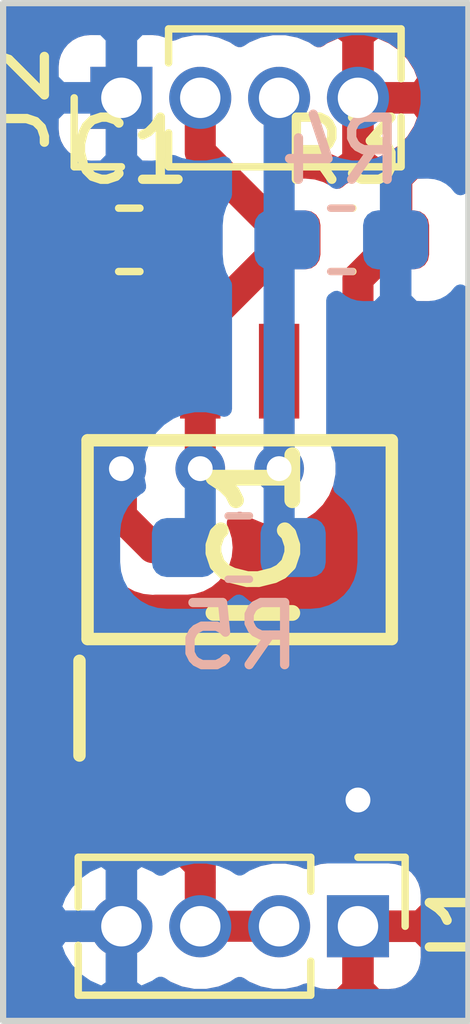
<source format=kicad_pcb>
(kicad_pcb (version 20171130) (host pcbnew "(5.1.5-0-10_14)")

  (general
    (thickness 1.6)
    (drawings 4)
    (tracks 33)
    (zones 0)
    (modules 7)
    (nets 6)
  )

  (page A4)
  (layers
    (0 F.Cu signal)
    (31 B.Cu signal)
    (32 B.Adhes user hide)
    (33 F.Adhes user hide)
    (34 B.Paste user hide)
    (35 F.Paste user hide)
    (36 B.SilkS user hide)
    (37 F.SilkS user hide)
    (38 B.Mask user hide)
    (39 F.Mask user hide)
    (40 Dwgs.User user hide)
    (41 Cmts.User user hide)
    (42 Eco1.User user hide)
    (43 Eco2.User user hide)
    (44 Edge.Cuts user)
    (45 Margin user hide)
    (46 B.CrtYd user hide)
    (47 F.CrtYd user hide)
    (48 B.Fab user hide)
    (49 F.Fab user hide)
  )

  (setup
    (last_trace_width 0.25)
    (user_trace_width 0.5)
    (user_trace_width 0.75)
    (trace_clearance 0.2)
    (zone_clearance 0.508)
    (zone_45_only no)
    (trace_min 0.2)
    (via_size 0.8)
    (via_drill 0.4)
    (via_min_size 0.4)
    (via_min_drill 0.3)
    (uvia_size 0.3)
    (uvia_drill 0.1)
    (uvias_allowed no)
    (uvia_min_size 0.2)
    (uvia_min_drill 0.1)
    (edge_width 0.05)
    (segment_width 0.2)
    (pcb_text_width 0.3)
    (pcb_text_size 1.5 1.5)
    (mod_edge_width 0.12)
    (mod_text_size 1 1)
    (mod_text_width 0.15)
    (pad_size 1.524 1.524)
    (pad_drill 0.762)
    (pad_to_mask_clearance 0.051)
    (solder_mask_min_width 0.25)
    (aux_axis_origin 0 0)
    (visible_elements FFFFFF7F)
    (pcbplotparams
      (layerselection 0x010fc_ffffffff)
      (usegerberextensions false)
      (usegerberattributes false)
      (usegerberadvancedattributes false)
      (creategerberjobfile false)
      (excludeedgelayer true)
      (linewidth 0.100000)
      (plotframeref false)
      (viasonmask false)
      (mode 1)
      (useauxorigin false)
      (hpglpennumber 1)
      (hpglpenspeed 20)
      (hpglpendiameter 15.000000)
      (psnegative false)
      (psa4output false)
      (plotreference true)
      (plotvalue true)
      (plotinvisibletext false)
      (padsonsilk false)
      (subtractmaskfromsilk false)
      (outputformat 1)
      (mirror false)
      (drillshape 1)
      (scaleselection 1)
      (outputdirectory ""))
  )

  (net 0 "")
  (net 1 +5V)
  (net 2 GND)
  (net 3 "Net-(IC1-Pad7)")
  (net 4 "Net-(IC1-Pad6)")
  (net 5 "Net-(IC1-Pad1)")

  (net_class Default "Dies ist die voreingestellte Netzklasse."
    (clearance 0.2)
    (trace_width 0.25)
    (via_dia 0.8)
    (via_drill 0.4)
    (uvia_dia 0.3)
    (uvia_drill 0.1)
    (add_net +5V)
    (add_net GND)
    (add_net "Net-(IC1-Pad1)")
    (add_net "Net-(IC1-Pad6)")
    (add_net "Net-(IC1-Pad7)")
  )

  (module MAX485ESA+T:SOIC127P600X175-8N (layer F.Cu) (tedit 5F887A95) (tstamp 5F88C4BA)
    (at 15.748 20.574 90)
    (descr "8 SO")
    (tags "Integrated Circuit")
    (path /646DCA8A)
    (attr smd)
    (fp_text reference IC1 (at 0.059999 0.272999 90) (layer F.SilkS)
      (effects (font (size 1.27 1.27) (thickness 0.254)))
    )
    (fp_text value MAX485ESA+T (at 0 0 90) (layer F.SilkS) hide
      (effects (font (size 1.27 1.27) (thickness 0.254)))
    )
    (fp_line (start -3.475 -2.58) (end -1.95 -2.58) (layer F.SilkS) (width 0.2))
    (fp_line (start -1.6 2.45) (end -1.6 -2.45) (layer F.SilkS) (width 0.2))
    (fp_line (start 1.6 2.45) (end -1.6 2.45) (layer F.SilkS) (width 0.2))
    (fp_line (start 1.6 -2.45) (end 1.6 2.45) (layer F.SilkS) (width 0.2))
    (fp_line (start -1.6 -2.45) (end 1.6 -2.45) (layer F.SilkS) (width 0.2))
    (fp_line (start -1.95 -1.18) (end -0.68 -2.45) (layer Dwgs.User) (width 0.1))
    (fp_line (start -1.95 2.45) (end -1.95 -2.45) (layer Dwgs.User) (width 0.1))
    (fp_line (start 1.95 2.45) (end -1.95 2.45) (layer Dwgs.User) (width 0.1))
    (fp_line (start 1.95 -2.45) (end 1.95 2.45) (layer Dwgs.User) (width 0.1))
    (fp_line (start -1.95 -2.45) (end 1.95 -2.45) (layer Dwgs.User) (width 0.1))
    (fp_line (start -3.725 2.75) (end -3.725 -2.75) (layer Dwgs.User) (width 0.05))
    (fp_line (start 3.725 2.75) (end -3.725 2.75) (layer Dwgs.User) (width 0.05))
    (fp_line (start 3.725 -2.75) (end 3.725 2.75) (layer Dwgs.User) (width 0.05))
    (fp_line (start -3.725 -2.75) (end 3.725 -2.75) (layer Dwgs.User) (width 0.05))
    (pad 8 smd rect (at 2.712 -1.905 180) (size 0.65 1.525) (layers F.Cu F.Paste F.Mask)
      (net 1 +5V))
    (pad 7 smd rect (at 2.712 -0.635 180) (size 0.65 1.525) (layers F.Cu F.Paste F.Mask)
      (net 3 "Net-(IC1-Pad7)"))
    (pad 6 smd rect (at 2.712 0.635 180) (size 0.65 1.525) (layers F.Cu F.Paste F.Mask)
      (net 4 "Net-(IC1-Pad6)"))
    (pad 5 smd rect (at 2.712 1.905 180) (size 0.65 1.525) (layers F.Cu F.Paste F.Mask)
      (net 2 GND))
    (pad 4 smd rect (at -2.712 1.905 180) (size 0.65 1.525) (layers F.Cu F.Paste F.Mask)
      (net 1 +5V))
    (pad 3 smd rect (at -2.712 0.635 180) (size 0.65 1.525) (layers F.Cu F.Paste F.Mask)
      (net 2 GND))
    (pad 2 smd rect (at -2.712 -0.635 180) (size 0.65 1.525) (layers F.Cu F.Paste F.Mask)
      (net 2 GND))
    (pad 1 smd rect (at -2.712 -1.905 180) (size 0.65 1.525) (layers F.Cu F.Paste F.Mask)
      (net 5 "Net-(IC1-Pad1)"))
  )

  (module Resistor_SMD:R_0603_1608Metric_Pad1.05x0.95mm_HandSolder (layer B.Cu) (tedit 5B301BBD) (tstamp 5F88C543)
    (at 15.734 20.701)
    (descr "Resistor SMD 0603 (1608 Metric), square (rectangular) end terminal, IPC_7351 nominal with elongated pad for handsoldering. (Body size source: http://www.tortai-tech.com/upload/download/2011102023233369053.pdf), generated with kicad-footprint-generator")
    (tags "resistor handsolder")
    (path /5F8908CE)
    (attr smd)
    (fp_text reference R5 (at 0 1.43) (layer B.SilkS)
      (effects (font (size 1 1) (thickness 0.15)) (justify mirror))
    )
    (fp_text value R120 (at 0 -1.43) (layer B.Fab)
      (effects (font (size 1 1) (thickness 0.15)) (justify mirror))
    )
    (fp_text user %R (at 0 0) (layer B.Fab)
      (effects (font (size 0.4 0.4) (thickness 0.06)) (justify mirror))
    )
    (fp_line (start 1.65 -0.73) (end -1.65 -0.73) (layer B.CrtYd) (width 0.05))
    (fp_line (start 1.65 0.73) (end 1.65 -0.73) (layer B.CrtYd) (width 0.05))
    (fp_line (start -1.65 0.73) (end 1.65 0.73) (layer B.CrtYd) (width 0.05))
    (fp_line (start -1.65 -0.73) (end -1.65 0.73) (layer B.CrtYd) (width 0.05))
    (fp_line (start -0.171267 -0.51) (end 0.171267 -0.51) (layer B.SilkS) (width 0.12))
    (fp_line (start -0.171267 0.51) (end 0.171267 0.51) (layer B.SilkS) (width 0.12))
    (fp_line (start 0.8 -0.4) (end -0.8 -0.4) (layer B.Fab) (width 0.1))
    (fp_line (start 0.8 0.4) (end 0.8 -0.4) (layer B.Fab) (width 0.1))
    (fp_line (start -0.8 0.4) (end 0.8 0.4) (layer B.Fab) (width 0.1))
    (fp_line (start -0.8 -0.4) (end -0.8 0.4) (layer B.Fab) (width 0.1))
    (pad 2 smd roundrect (at 0.875 0) (size 1.05 0.95) (layers B.Cu B.Paste B.Mask) (roundrect_rratio 0.25)
      (net 4 "Net-(IC1-Pad6)"))
    (pad 1 smd roundrect (at -0.875 0) (size 1.05 0.95) (layers B.Cu B.Paste B.Mask) (roundrect_rratio 0.25)
      (net 3 "Net-(IC1-Pad7)"))
    (model ${KISYS3DMOD}/Resistor_SMD.3dshapes/R_0603_1608Metric.wrl
      (at (xyz 0 0 0))
      (scale (xyz 1 1 1))
      (rotate (xyz 0 0 0))
    )
  )

  (module Resistor_SMD:R_0603_1608Metric_Pad1.05x0.95mm_HandSolder (layer B.Cu) (tedit 5B301BBD) (tstamp 5F88C532)
    (at 17.385 15.748 180)
    (descr "Resistor SMD 0603 (1608 Metric), square (rectangular) end terminal, IPC_7351 nominal with elongated pad for handsoldering. (Body size source: http://www.tortai-tech.com/upload/download/2011102023233369053.pdf), generated with kicad-footprint-generator")
    (tags "resistor handsolder")
    (path /5F88C099)
    (attr smd)
    (fp_text reference R4 (at 0 1.43) (layer B.SilkS)
      (effects (font (size 1 1) (thickness 0.15)) (justify mirror))
    )
    (fp_text value R20k (at 0 -1.43) (layer B.Fab)
      (effects (font (size 1 1) (thickness 0.15)) (justify mirror))
    )
    (fp_text user %R (at 0 0) (layer B.Fab)
      (effects (font (size 0.4 0.4) (thickness 0.06)) (justify mirror))
    )
    (fp_line (start 1.65 -0.73) (end -1.65 -0.73) (layer B.CrtYd) (width 0.05))
    (fp_line (start 1.65 0.73) (end 1.65 -0.73) (layer B.CrtYd) (width 0.05))
    (fp_line (start -1.65 0.73) (end 1.65 0.73) (layer B.CrtYd) (width 0.05))
    (fp_line (start -1.65 -0.73) (end -1.65 0.73) (layer B.CrtYd) (width 0.05))
    (fp_line (start -0.171267 -0.51) (end 0.171267 -0.51) (layer B.SilkS) (width 0.12))
    (fp_line (start -0.171267 0.51) (end 0.171267 0.51) (layer B.SilkS) (width 0.12))
    (fp_line (start 0.8 -0.4) (end -0.8 -0.4) (layer B.Fab) (width 0.1))
    (fp_line (start 0.8 0.4) (end 0.8 -0.4) (layer B.Fab) (width 0.1))
    (fp_line (start -0.8 0.4) (end 0.8 0.4) (layer B.Fab) (width 0.1))
    (fp_line (start -0.8 -0.4) (end -0.8 0.4) (layer B.Fab) (width 0.1))
    (pad 2 smd roundrect (at 0.875 0 180) (size 1.05 0.95) (layers B.Cu B.Paste B.Mask) (roundrect_rratio 0.25)
      (net 4 "Net-(IC1-Pad6)"))
    (pad 1 smd roundrect (at -0.875 0 180) (size 1.05 0.95) (layers B.Cu B.Paste B.Mask) (roundrect_rratio 0.25)
      (net 1 +5V))
    (model ${KISYS3DMOD}/Resistor_SMD.3dshapes/R_0603_1608Metric.wrl
      (at (xyz 0 0 0))
      (scale (xyz 1 1 1))
      (rotate (xyz 0 0 0))
    )
  )

  (module Resistor_SMD:R_0603_1608Metric_Pad1.05x0.95mm_HandSolder (layer F.Cu) (tedit 5B301BBD) (tstamp 5F88C521)
    (at 17.399 15.748)
    (descr "Resistor SMD 0603 (1608 Metric), square (rectangular) end terminal, IPC_7351 nominal with elongated pad for handsoldering. (Body size source: http://www.tortai-tech.com/upload/download/2011102023233369053.pdf), generated with kicad-footprint-generator")
    (tags "resistor handsolder")
    (path /5F88D188)
    (attr smd)
    (fp_text reference R3 (at 0 -1.43) (layer F.SilkS)
      (effects (font (size 1 1) (thickness 0.15)))
    )
    (fp_text value R20k (at 0 1.43) (layer F.Fab)
      (effects (font (size 1 1) (thickness 0.15)))
    )
    (fp_text user %R (at 0 0) (layer F.Fab)
      (effects (font (size 0.4 0.4) (thickness 0.06)))
    )
    (fp_line (start 1.65 0.73) (end -1.65 0.73) (layer F.CrtYd) (width 0.05))
    (fp_line (start 1.65 -0.73) (end 1.65 0.73) (layer F.CrtYd) (width 0.05))
    (fp_line (start -1.65 -0.73) (end 1.65 -0.73) (layer F.CrtYd) (width 0.05))
    (fp_line (start -1.65 0.73) (end -1.65 -0.73) (layer F.CrtYd) (width 0.05))
    (fp_line (start -0.171267 0.51) (end 0.171267 0.51) (layer F.SilkS) (width 0.12))
    (fp_line (start -0.171267 -0.51) (end 0.171267 -0.51) (layer F.SilkS) (width 0.12))
    (fp_line (start 0.8 0.4) (end -0.8 0.4) (layer F.Fab) (width 0.1))
    (fp_line (start 0.8 -0.4) (end 0.8 0.4) (layer F.Fab) (width 0.1))
    (fp_line (start -0.8 -0.4) (end 0.8 -0.4) (layer F.Fab) (width 0.1))
    (fp_line (start -0.8 0.4) (end -0.8 -0.4) (layer F.Fab) (width 0.1))
    (pad 2 smd roundrect (at 0.875 0) (size 1.05 0.95) (layers F.Cu F.Paste F.Mask) (roundrect_rratio 0.25)
      (net 2 GND))
    (pad 1 smd roundrect (at -0.875 0) (size 1.05 0.95) (layers F.Cu F.Paste F.Mask) (roundrect_rratio 0.25)
      (net 3 "Net-(IC1-Pad7)"))
    (model ${KISYS3DMOD}/Resistor_SMD.3dshapes/R_0603_1608Metric.wrl
      (at (xyz 0 0 0))
      (scale (xyz 1 1 1))
      (rotate (xyz 0 0 0))
    )
  )

  (module Connector_PinHeader_1.27mm:PinHeader_1x04_P1.27mm_Vertical (layer F.Cu) (tedit 59FED6E3) (tstamp 5F88C4EE)
    (at 13.843 13.462 90)
    (descr "Through hole straight pin header, 1x04, 1.27mm pitch, single row")
    (tags "Through hole pin header THT 1x04 1.27mm single row")
    (path /646E413C)
    (fp_text reference J2 (at 0 -1.695 90) (layer F.SilkS)
      (effects (font (size 1 1) (thickness 0.15)))
    )
    (fp_text value Screw_Terminal_01x04 (at 0 5.505 90) (layer F.Fab)
      (effects (font (size 1 1) (thickness 0.15)))
    )
    (fp_text user %R (at 0 1.905) (layer F.Fab)
      (effects (font (size 1 1) (thickness 0.15)))
    )
    (fp_line (start 1.55 -1.15) (end -1.55 -1.15) (layer F.CrtYd) (width 0.05))
    (fp_line (start 1.55 4.95) (end 1.55 -1.15) (layer F.CrtYd) (width 0.05))
    (fp_line (start -1.55 4.95) (end 1.55 4.95) (layer F.CrtYd) (width 0.05))
    (fp_line (start -1.55 -1.15) (end -1.55 4.95) (layer F.CrtYd) (width 0.05))
    (fp_line (start -1.11 -0.76) (end 0 -0.76) (layer F.SilkS) (width 0.12))
    (fp_line (start -1.11 0) (end -1.11 -0.76) (layer F.SilkS) (width 0.12))
    (fp_line (start 0.563471 0.76) (end 1.11 0.76) (layer F.SilkS) (width 0.12))
    (fp_line (start -1.11 0.76) (end -0.563471 0.76) (layer F.SilkS) (width 0.12))
    (fp_line (start 1.11 0.76) (end 1.11 4.505) (layer F.SilkS) (width 0.12))
    (fp_line (start -1.11 0.76) (end -1.11 4.505) (layer F.SilkS) (width 0.12))
    (fp_line (start 0.30753 4.505) (end 1.11 4.505) (layer F.SilkS) (width 0.12))
    (fp_line (start -1.11 4.505) (end -0.30753 4.505) (layer F.SilkS) (width 0.12))
    (fp_line (start -1.05 -0.11) (end -0.525 -0.635) (layer F.Fab) (width 0.1))
    (fp_line (start -1.05 4.445) (end -1.05 -0.11) (layer F.Fab) (width 0.1))
    (fp_line (start 1.05 4.445) (end -1.05 4.445) (layer F.Fab) (width 0.1))
    (fp_line (start 1.05 -0.635) (end 1.05 4.445) (layer F.Fab) (width 0.1))
    (fp_line (start -0.525 -0.635) (end 1.05 -0.635) (layer F.Fab) (width 0.1))
    (pad 4 thru_hole oval (at 0 3.81 90) (size 1 1) (drill 0.65) (layers *.Cu *.Mask)
      (net 2 GND))
    (pad 3 thru_hole oval (at 0 2.54 90) (size 1 1) (drill 0.65) (layers *.Cu *.Mask)
      (net 4 "Net-(IC1-Pad6)"))
    (pad 2 thru_hole oval (at 0 1.27 90) (size 1 1) (drill 0.65) (layers *.Cu *.Mask)
      (net 3 "Net-(IC1-Pad7)"))
    (pad 1 thru_hole rect (at 0 0 90) (size 1 1) (drill 0.65) (layers *.Cu *.Mask)
      (net 1 +5V))
    (model ${KISYS3DMOD}/Connector_PinHeader_1.27mm.3dshapes/PinHeader_1x04_P1.27mm_Vertical.wrl
      (at (xyz 0 0 0))
      (scale (xyz 1 1 1))
      (rotate (xyz 0 0 0))
    )
  )

  (module Connector_PinHeader_1.27mm:PinHeader_1x04_P1.27mm_Vertical (layer F.Cu) (tedit 59FED6E3) (tstamp 5F88C4D4)
    (at 17.653 26.797 270)
    (descr "Through hole straight pin header, 1x04, 1.27mm pitch, single row")
    (tags "Through hole pin header THT 1x04 1.27mm single row")
    (path /646E5607)
    (fp_text reference J1 (at 0 -1.695 90) (layer F.SilkS)
      (effects (font (size 1 1) (thickness 0.15)))
    )
    (fp_text value Screw_Terminal_01x04 (at 0 5.505 90) (layer F.Fab)
      (effects (font (size 1 1) (thickness 0.15)))
    )
    (fp_text user %R (at 0 1.905) (layer F.Fab)
      (effects (font (size 1 1) (thickness 0.15)))
    )
    (fp_line (start 1.55 -1.15) (end -1.55 -1.15) (layer F.CrtYd) (width 0.05))
    (fp_line (start 1.55 4.95) (end 1.55 -1.15) (layer F.CrtYd) (width 0.05))
    (fp_line (start -1.55 4.95) (end 1.55 4.95) (layer F.CrtYd) (width 0.05))
    (fp_line (start -1.55 -1.15) (end -1.55 4.95) (layer F.CrtYd) (width 0.05))
    (fp_line (start -1.11 -0.76) (end 0 -0.76) (layer F.SilkS) (width 0.12))
    (fp_line (start -1.11 0) (end -1.11 -0.76) (layer F.SilkS) (width 0.12))
    (fp_line (start 0.563471 0.76) (end 1.11 0.76) (layer F.SilkS) (width 0.12))
    (fp_line (start -1.11 0.76) (end -0.563471 0.76) (layer F.SilkS) (width 0.12))
    (fp_line (start 1.11 0.76) (end 1.11 4.505) (layer F.SilkS) (width 0.12))
    (fp_line (start -1.11 0.76) (end -1.11 4.505) (layer F.SilkS) (width 0.12))
    (fp_line (start 0.30753 4.505) (end 1.11 4.505) (layer F.SilkS) (width 0.12))
    (fp_line (start -1.11 4.505) (end -0.30753 4.505) (layer F.SilkS) (width 0.12))
    (fp_line (start -1.05 -0.11) (end -0.525 -0.635) (layer F.Fab) (width 0.1))
    (fp_line (start -1.05 4.445) (end -1.05 -0.11) (layer F.Fab) (width 0.1))
    (fp_line (start 1.05 4.445) (end -1.05 4.445) (layer F.Fab) (width 0.1))
    (fp_line (start 1.05 -0.635) (end 1.05 4.445) (layer F.Fab) (width 0.1))
    (fp_line (start -0.525 -0.635) (end 1.05 -0.635) (layer F.Fab) (width 0.1))
    (pad 4 thru_hole oval (at 0 3.81 270) (size 1 1) (drill 0.65) (layers *.Cu *.Mask)
      (net 1 +5V))
    (pad 3 thru_hole oval (at 0 2.54 270) (size 1 1) (drill 0.65) (layers *.Cu *.Mask)
      (net 5 "Net-(IC1-Pad1)"))
    (pad 2 thru_hole oval (at 0 1.27 270) (size 1 1) (drill 0.65) (layers *.Cu *.Mask)
      (net 5 "Net-(IC1-Pad1)"))
    (pad 1 thru_hole rect (at 0 0 270) (size 1 1) (drill 0.65) (layers *.Cu *.Mask)
      (net 2 GND))
    (model ${KISYS3DMOD}/Connector_PinHeader_1.27mm.3dshapes/PinHeader_1x04_P1.27mm_Vertical.wrl
      (at (xyz 0 0 0))
      (scale (xyz 1 1 1))
      (rotate (xyz 0 0 0))
    )
  )

  (module Capacitor_SMD:C_0603_1608Metric_Pad1.05x0.95mm_HandSolder (layer F.Cu) (tedit 5B301BBE) (tstamp 5F88C4A0)
    (at 13.97 15.748)
    (descr "Capacitor SMD 0603 (1608 Metric), square (rectangular) end terminal, IPC_7351 nominal with elongated pad for handsoldering. (Body size source: http://www.tortai-tech.com/upload/download/2011102023233369053.pdf), generated with kicad-footprint-generator")
    (tags "capacitor handsolder")
    (path /646E2BDE)
    (attr smd)
    (fp_text reference C1 (at 0 -1.43 180) (layer F.SilkS)
      (effects (font (size 1 1) (thickness 0.15)))
    )
    (fp_text value C100n (at 0 1.43 180) (layer F.Fab)
      (effects (font (size 1 1) (thickness 0.15)))
    )
    (fp_text user %R (at 0 0 180) (layer F.Fab)
      (effects (font (size 0.4 0.4) (thickness 0.06)))
    )
    (fp_line (start 1.65 0.73) (end -1.65 0.73) (layer F.CrtYd) (width 0.05))
    (fp_line (start 1.65 -0.73) (end 1.65 0.73) (layer F.CrtYd) (width 0.05))
    (fp_line (start -1.65 -0.73) (end 1.65 -0.73) (layer F.CrtYd) (width 0.05))
    (fp_line (start -1.65 0.73) (end -1.65 -0.73) (layer F.CrtYd) (width 0.05))
    (fp_line (start -0.171267 0.51) (end 0.171267 0.51) (layer F.SilkS) (width 0.12))
    (fp_line (start -0.171267 -0.51) (end 0.171267 -0.51) (layer F.SilkS) (width 0.12))
    (fp_line (start 0.8 0.4) (end -0.8 0.4) (layer F.Fab) (width 0.1))
    (fp_line (start 0.8 -0.4) (end 0.8 0.4) (layer F.Fab) (width 0.1))
    (fp_line (start -0.8 -0.4) (end 0.8 -0.4) (layer F.Fab) (width 0.1))
    (fp_line (start -0.8 0.4) (end -0.8 -0.4) (layer F.Fab) (width 0.1))
    (pad 2 smd roundrect (at 0.875 0) (size 1.05 0.95) (layers F.Cu F.Paste F.Mask) (roundrect_rratio 0.25)
      (net 1 +5V))
    (pad 1 smd roundrect (at -0.875 0) (size 1.05 0.95) (layers F.Cu F.Paste F.Mask) (roundrect_rratio 0.25)
      (net 2 GND))
    (model ${KISYS3DMOD}/Capacitor_SMD.3dshapes/C_0603_1608Metric.wrl
      (at (xyz 0 0 0))
      (scale (xyz 1 1 1))
      (rotate (xyz 0 0 0))
    )
  )

  (gr_line (start 19.431 11.938) (end 19.431 28.321) (layer Edge.Cuts) (width 0.1))
  (gr_line (start 11.938 11.938) (end 19.431 11.938) (layer Edge.Cuts) (width 0.1))
  (gr_line (start 11.938 28.321) (end 11.938 11.938) (layer Edge.Cuts) (width 0.1))
  (gr_line (start 19.431 28.321) (end 11.938 28.321) (layer Edge.Cuts) (width 0.1))

  (via (at 13.843 19.431) (size 0.8) (drill 0.4) (layers F.Cu B.Cu) (net 1))
  (segment (start 13.843 19.431) (end 13.843 17.862) (width 0.5) (layer F.Cu) (net 1))
  (segment (start 14.348 20.701) (end 13.843 20.196) (width 0.5) (layer F.Cu) (net 1))
  (segment (start 14.873 20.701) (end 14.348 20.701) (width 0.5) (layer F.Cu) (net 1))
  (segment (start 13.843 20.196) (end 13.843 19.431) (width 0.5) (layer F.Cu) (net 1))
  (via (at 17.653 24.765) (size 0.8) (drill 0.4) (layers F.Cu B.Cu) (net 1))
  (segment (start 17.653 24.765) (end 17.653 23.286) (width 0.5) (layer F.Cu) (net 1))
  (segment (start 13.843 16.75) (end 14.845 15.748) (width 0.5) (layer F.Cu) (net 1))
  (segment (start 13.843 17.862) (end 13.843 16.75) (width 0.5) (layer F.Cu) (net 1))
  (segment (start 17.653 16.369) (end 18.274 15.748) (width 0.5) (layer F.Cu) (net 2))
  (segment (start 17.653 17.862) (end 17.653 16.369) (width 0.5) (layer F.Cu) (net 2))
  (via (at 15.113 19.431) (size 0.8) (drill 0.4) (layers F.Cu B.Cu) (net 3))
  (segment (start 15.113 20.447) (end 14.859 20.701) (width 0.5) (layer B.Cu) (net 3))
  (segment (start 15.113 19.431) (end 15.113 20.447) (width 0.5) (layer B.Cu) (net 3))
  (segment (start 15.113 19.431) (end 15.113 17.862) (width 0.5) (layer F.Cu) (net 3))
  (segment (start 14.986 13.589) (end 15.113 13.462) (width 0.5) (layer F.Cu) (net 3))
  (segment (start 15.113 17.159) (end 16.524 15.748) (width 0.5) (layer F.Cu) (net 3))
  (segment (start 15.113 17.862) (end 15.113 17.159) (width 0.5) (layer F.Cu) (net 3))
  (segment (start 15.113 14.337) (end 15.113 13.462) (width 0.5) (layer F.Cu) (net 3))
  (segment (start 16.524 15.748) (end 15.113 14.337) (width 0.5) (layer F.Cu) (net 3))
  (via (at 16.383 19.431) (size 0.8) (drill 0.4) (layers F.Cu B.Cu) (net 4))
  (segment (start 16.383 20.475) (end 16.609 20.701) (width 0.5) (layer B.Cu) (net 4))
  (segment (start 16.383 19.431) (end 16.383 20.475) (width 0.5) (layer B.Cu) (net 4))
  (segment (start 16.383 19.431) (end 16.383 17.862) (width 0.5) (layer F.Cu) (net 4))
  (segment (start 16.383 15.621) (end 16.51 15.748) (width 0.5) (layer B.Cu) (net 4))
  (segment (start 16.383 13.462) (end 16.383 15.621) (width 0.5) (layer B.Cu) (net 4))
  (segment (start 16.383 15.875) (end 16.51 15.748) (width 0.5) (layer B.Cu) (net 4))
  (segment (start 16.383 19.431) (end 16.383 15.875) (width 0.5) (layer B.Cu) (net 4))
  (segment (start 15.113 26.089894) (end 15.113 26.797) (width 0.5) (layer F.Cu) (net 5))
  (segment (start 15.113 25.8185) (end 15.113 26.089894) (width 0.5) (layer F.Cu) (net 5))
  (segment (start 13.843 24.5485) (end 15.113 25.8185) (width 0.5) (layer F.Cu) (net 5))
  (segment (start 13.843 23.286) (end 13.843 24.5485) (width 0.5) (layer F.Cu) (net 5))
  (segment (start 15.113 26.797) (end 16.383 26.797) (width 0.5) (layer F.Cu) (net 5))

  (zone (net 2) (net_name GND) (layer F.Cu) (tstamp 5F8AD9E9) (hatch edge 0.508)
    (priority 1)
    (connect_pads (clearance 0.508))
    (min_thickness 0.254)
    (fill yes (arc_segments 32) (thermal_gap 0.508) (thermal_bridge_width 0.508))
    (polygon
      (pts
        (xy 19.431 28.321) (xy 11.938 28.321) (xy 11.938 11.938) (xy 19.431 11.938)
      )
    )
    (filled_polygon
      (pts
        (xy 19.304 28.194) (xy 12.065 28.194) (xy 12.065 26.685212) (xy 12.708 26.685212) (xy 12.708 26.908788)
        (xy 12.751617 27.128067) (xy 12.837176 27.334624) (xy 12.961388 27.52052) (xy 13.11948 27.678612) (xy 13.305376 27.802824)
        (xy 13.511933 27.888383) (xy 13.731212 27.932) (xy 13.954788 27.932) (xy 14.174067 27.888383) (xy 14.380624 27.802824)
        (xy 14.478 27.737759) (xy 14.575376 27.802824) (xy 14.781933 27.888383) (xy 15.001212 27.932) (xy 15.224788 27.932)
        (xy 15.444067 27.888383) (xy 15.650624 27.802824) (xy 15.748 27.737759) (xy 15.845376 27.802824) (xy 16.051933 27.888383)
        (xy 16.271212 27.932) (xy 16.494788 27.932) (xy 16.714067 27.888383) (xy 16.825774 27.842112) (xy 16.90882 27.886502)
        (xy 17.028518 27.922812) (xy 17.153 27.935072) (xy 17.36725 27.932) (xy 17.526 27.77325) (xy 17.526 26.924)
        (xy 17.78 26.924) (xy 17.78 27.77325) (xy 17.93875 27.932) (xy 18.153 27.935072) (xy 18.277482 27.922812)
        (xy 18.39718 27.886502) (xy 18.507494 27.827537) (xy 18.604185 27.748185) (xy 18.683537 27.651494) (xy 18.742502 27.54118)
        (xy 18.778812 27.421482) (xy 18.791072 27.297) (xy 18.788 27.08275) (xy 18.62925 26.924) (xy 17.78 26.924)
        (xy 17.526 26.924) (xy 17.514974 26.924) (xy 17.518 26.908788) (xy 17.518 26.685212) (xy 17.514974 26.67)
        (xy 17.526 26.67) (xy 17.526 26.65) (xy 17.78 26.65) (xy 17.78 26.67) (xy 18.62925 26.67)
        (xy 18.788 26.51125) (xy 18.791072 26.297) (xy 18.778812 26.172518) (xy 18.742502 26.05282) (xy 18.683537 25.942506)
        (xy 18.604185 25.845815) (xy 18.507494 25.766463) (xy 18.39718 25.707498) (xy 18.277482 25.671188) (xy 18.174869 25.661082)
        (xy 18.312774 25.568937) (xy 18.456937 25.424774) (xy 18.570205 25.255256) (xy 18.648226 25.066898) (xy 18.688 24.866939)
        (xy 18.688 24.663061) (xy 18.648226 24.463102) (xy 18.571785 24.278559) (xy 18.603812 24.172982) (xy 18.616072 24.0485)
        (xy 18.616072 22.5235) (xy 18.603812 22.399018) (xy 18.567502 22.27932) (xy 18.508537 22.169006) (xy 18.429185 22.072315)
        (xy 18.332494 21.992963) (xy 18.22218 21.933998) (xy 18.102482 21.897688) (xy 17.978 21.885428) (xy 17.328 21.885428)
        (xy 17.203518 21.897688) (xy 17.08382 21.933998) (xy 17.018 21.96918) (xy 16.95218 21.933998) (xy 16.832482 21.897688)
        (xy 16.708 21.885428) (xy 16.66875 21.8885) (xy 16.51 22.04725) (xy 16.51 23.159) (xy 16.53 23.159)
        (xy 16.53 23.413) (xy 16.51 23.413) (xy 16.51 24.52475) (xy 16.623029 24.637779) (xy 16.618 24.663061)
        (xy 16.618 24.866939) (xy 16.657774 25.066898) (xy 16.735795 25.255256) (xy 16.849063 25.424774) (xy 16.993226 25.568937)
        (xy 17.131131 25.661082) (xy 17.028518 25.671188) (xy 16.90882 25.707498) (xy 16.825774 25.751888) (xy 16.714067 25.705617)
        (xy 16.494788 25.662) (xy 16.271212 25.662) (xy 16.051933 25.705617) (xy 15.993546 25.729802) (xy 15.985195 25.64501)
        (xy 15.934589 25.478187) (xy 15.852411 25.324441) (xy 15.741817 25.189683) (xy 15.70805 25.161971) (xy 15.229578 24.6835)
        (xy 15.240002 24.6835) (xy 15.240002 24.524752) (xy 15.39875 24.6835) (xy 15.438 24.686572) (xy 15.562482 24.674312)
        (xy 15.68218 24.638002) (xy 15.748 24.60282) (xy 15.81382 24.638002) (xy 15.933518 24.674312) (xy 16.058 24.686572)
        (xy 16.09725 24.6835) (xy 16.256 24.52475) (xy 16.256 23.413) (xy 15.24 23.413) (xy 15.24 23.433)
        (xy 14.986 23.433) (xy 14.986 23.413) (xy 14.966 23.413) (xy 14.966 23.159) (xy 14.986 23.159)
        (xy 14.986 22.04725) (xy 15.24 22.04725) (xy 15.24 23.159) (xy 16.256 23.159) (xy 16.256 22.04725)
        (xy 16.09725 21.8885) (xy 16.058 21.885428) (xy 15.933518 21.897688) (xy 15.81382 21.933998) (xy 15.748 21.96918)
        (xy 15.68218 21.933998) (xy 15.562482 21.897688) (xy 15.438 21.885428) (xy 15.39875 21.8885) (xy 15.24 22.04725)
        (xy 14.986 22.04725) (xy 14.82725 21.8885) (xy 14.788 21.885428) (xy 14.663518 21.897688) (xy 14.54382 21.933998)
        (xy 14.478 21.96918) (xy 14.41218 21.933998) (xy 14.292482 21.897688) (xy 14.168 21.885428) (xy 13.518 21.885428)
        (xy 13.393518 21.897688) (xy 13.27382 21.933998) (xy 13.163506 21.992963) (xy 13.066815 22.072315) (xy 12.987463 22.169006)
        (xy 12.928498 22.27932) (xy 12.892188 22.399018) (xy 12.879928 22.5235) (xy 12.879928 24.0485) (xy 12.892188 24.172982)
        (xy 12.928498 24.29268) (xy 12.958001 24.347875) (xy 12.958001 24.505022) (xy 12.953719 24.5485) (xy 12.970805 24.72199)
        (xy 13.021412 24.888813) (xy 13.10359 25.042559) (xy 13.186468 25.143546) (xy 13.186471 25.143549) (xy 13.214184 25.177317)
        (xy 13.247951 25.205029) (xy 13.709283 25.666362) (xy 13.511933 25.705617) (xy 13.305376 25.791176) (xy 13.11948 25.915388)
        (xy 12.961388 26.07348) (xy 12.837176 26.259376) (xy 12.751617 26.465933) (xy 12.708 26.685212) (xy 12.065 26.685212)
        (xy 12.065 16.608611) (xy 12.118815 16.674185) (xy 12.215506 16.753537) (xy 12.32582 16.812502) (xy 12.445518 16.848812)
        (xy 12.57 16.861072) (xy 12.80925 16.858) (xy 12.957703 16.709547) (xy 12.953719 16.75) (xy 12.958001 16.793478)
        (xy 12.958001 16.800125) (xy 12.928498 16.85532) (xy 12.892188 16.975018) (xy 12.879928 17.0995) (xy 12.879928 18.6245)
        (xy 12.892188 18.748982) (xy 12.928498 18.86868) (xy 12.948697 18.906469) (xy 12.925795 18.940744) (xy 12.847774 19.129102)
        (xy 12.808 19.329061) (xy 12.808 19.532939) (xy 12.847774 19.732898) (xy 12.925795 19.921256) (xy 12.958 19.969454)
        (xy 12.958 20.152531) (xy 12.953719 20.196) (xy 12.958 20.239469) (xy 12.958 20.239476) (xy 12.970805 20.369489)
        (xy 13.021411 20.536312) (xy 13.103589 20.690058) (xy 13.214183 20.824817) (xy 13.247956 20.852534) (xy 13.691466 21.296044)
        (xy 13.719183 21.329817) (xy 13.853941 21.440411) (xy 14.007687 21.522589) (xy 14.17451 21.573195) (xy 14.304523 21.586)
        (xy 14.304531 21.586) (xy 14.348 21.590281) (xy 14.391469 21.586) (xy 14.916477 21.586) (xy 15.04649 21.573195)
        (xy 15.213313 21.522589) (xy 15.367059 21.440411) (xy 15.501817 21.329817) (xy 15.612411 21.195059) (xy 15.694589 21.041313)
        (xy 15.745195 20.87449) (xy 15.762282 20.701) (xy 15.745195 20.52751) (xy 15.694589 20.360687) (xy 15.665638 20.306523)
        (xy 15.748 20.25149) (xy 15.892744 20.348205) (xy 16.081102 20.426226) (xy 16.281061 20.466) (xy 16.484939 20.466)
        (xy 16.684898 20.426226) (xy 16.873256 20.348205) (xy 17.042774 20.234937) (xy 17.186937 20.090774) (xy 17.300205 19.921256)
        (xy 17.378226 19.732898) (xy 17.418 19.532939) (xy 17.418 19.329061) (xy 17.398039 19.228711) (xy 17.526 19.10075)
        (xy 17.526 17.989) (xy 17.78 17.989) (xy 17.78 19.10075) (xy 17.93875 19.2595) (xy 17.978 19.262572)
        (xy 18.102482 19.250312) (xy 18.22218 19.214002) (xy 18.332494 19.155037) (xy 18.429185 19.075685) (xy 18.508537 18.978994)
        (xy 18.567502 18.86868) (xy 18.603812 18.748982) (xy 18.616072 18.6245) (xy 18.613 18.14775) (xy 18.45425 17.989)
        (xy 17.78 17.989) (xy 17.526 17.989) (xy 17.506 17.989) (xy 17.506 17.735) (xy 17.526 17.735)
        (xy 17.526 17.715) (xy 17.78 17.715) (xy 17.78 17.735) (xy 18.45425 17.735) (xy 18.613 17.57625)
        (xy 18.616072 17.0995) (xy 18.603812 16.975018) (xy 18.568348 16.85811) (xy 18.799 16.861072) (xy 18.923482 16.848812)
        (xy 19.04318 16.812502) (xy 19.153494 16.753537) (xy 19.250185 16.674185) (xy 19.304 16.608611)
      )
    )
    (filled_polygon
      (pts
        (xy 19.304 14.887389) (xy 19.250185 14.821815) (xy 19.153494 14.742463) (xy 19.04318 14.683498) (xy 18.923482 14.647188)
        (xy 18.799 14.634928) (xy 18.55975 14.638) (xy 18.401 14.79675) (xy 18.401 15.621) (xy 18.421 15.621)
        (xy 18.421 15.875) (xy 18.401 15.875) (xy 18.401 15.895) (xy 18.147 15.895) (xy 18.147 15.875)
        (xy 18.127 15.875) (xy 18.127 15.621) (xy 18.147 15.621) (xy 18.147 14.79675) (xy 17.98825 14.638)
        (xy 17.749 14.634928) (xy 17.624518 14.647188) (xy 17.50482 14.683498) (xy 17.394506 14.742463) (xy 17.321839 14.802099)
        (xy 17.297942 14.782488) (xy 17.146567 14.701577) (xy 16.982316 14.651752) (xy 16.8115 14.634928) (xy 16.662507 14.634928)
        (xy 16.603045 14.575466) (xy 16.714067 14.553383) (xy 16.920624 14.467824) (xy 17.022658 14.399647) (xy 17.092794 14.449123)
        (xy 17.296136 14.539446) (xy 17.351126 14.556119) (xy 17.526 14.429954) (xy 17.526 13.589) (xy 17.78 13.589)
        (xy 17.78 14.429954) (xy 17.954874 14.556119) (xy 18.009864 14.539446) (xy 18.213206 14.449123) (xy 18.39502 14.320865)
        (xy 18.548318 14.159601) (xy 18.66721 13.971529) (xy 18.747126 13.763876) (xy 18.622129 13.589) (xy 17.78 13.589)
        (xy 17.526 13.589) (xy 17.514974 13.589) (xy 17.518 13.573788) (xy 17.518 13.350212) (xy 17.514974 13.335)
        (xy 17.526 13.335) (xy 17.526 12.494046) (xy 17.78 12.494046) (xy 17.78 13.335) (xy 18.622129 13.335)
        (xy 18.747126 13.160124) (xy 18.66721 12.952471) (xy 18.548318 12.764399) (xy 18.39502 12.603135) (xy 18.213206 12.474877)
        (xy 18.009864 12.384554) (xy 17.954874 12.367881) (xy 17.78 12.494046) (xy 17.526 12.494046) (xy 17.351126 12.367881)
        (xy 17.296136 12.384554) (xy 17.092794 12.474877) (xy 17.022658 12.524353) (xy 16.920624 12.456176) (xy 16.714067 12.370617)
        (xy 16.494788 12.327) (xy 16.271212 12.327) (xy 16.051933 12.370617) (xy 15.845376 12.456176) (xy 15.748 12.521241)
        (xy 15.650624 12.456176) (xy 15.444067 12.370617) (xy 15.224788 12.327) (xy 15.001212 12.327) (xy 14.781933 12.370617)
        (xy 14.670226 12.416888) (xy 14.58718 12.372498) (xy 14.467482 12.336188) (xy 14.343 12.323928) (xy 13.343 12.323928)
        (xy 13.218518 12.336188) (xy 13.09882 12.372498) (xy 12.988506 12.431463) (xy 12.891815 12.510815) (xy 12.812463 12.607506)
        (xy 12.753498 12.71782) (xy 12.717188 12.837518) (xy 12.704928 12.962) (xy 12.704928 13.962) (xy 12.717188 14.086482)
        (xy 12.753498 14.20618) (xy 12.812463 14.316494) (xy 12.891815 14.413185) (xy 12.988506 14.492537) (xy 13.09882 14.551502)
        (xy 13.218518 14.587812) (xy 13.343 14.600072) (xy 14.26798 14.600072) (xy 14.291411 14.677312) (xy 14.292948 14.680187)
        (xy 14.222433 14.701577) (xy 14.071058 14.782488) (xy 14.047161 14.802099) (xy 13.974494 14.742463) (xy 13.86418 14.683498)
        (xy 13.744482 14.647188) (xy 13.62 14.634928) (xy 13.38075 14.638) (xy 13.222 14.79675) (xy 13.222 15.621)
        (xy 13.242 15.621) (xy 13.242 15.875) (xy 13.222 15.875) (xy 13.222 15.895) (xy 12.968 15.895)
        (xy 12.968 15.875) (xy 12.948 15.875) (xy 12.948 15.621) (xy 12.968 15.621) (xy 12.968 14.79675)
        (xy 12.80925 14.638) (xy 12.57 14.634928) (xy 12.445518 14.647188) (xy 12.32582 14.683498) (xy 12.215506 14.742463)
        (xy 12.118815 14.821815) (xy 12.065 14.887389) (xy 12.065 12.065) (xy 19.304 12.065)
      )
    )
  )
  (zone (net 1) (net_name +5V) (layer B.Cu) (tstamp 5F8AD9E6) (hatch edge 0.508)
    (priority 1)
    (connect_pads (clearance 0.508))
    (min_thickness 0.254)
    (fill yes (arc_segments 32) (thermal_gap 0.508) (thermal_bridge_width 0.508))
    (polygon
      (pts
        (xy 19.431 28.321) (xy 11.938 28.321) (xy 11.938 11.938) (xy 19.431 11.938)
      )
    )
    (filled_polygon
      (pts
        (xy 19.304 14.904448) (xy 19.236185 14.821815) (xy 19.139494 14.742463) (xy 19.02918 14.683498) (xy 18.909482 14.647188)
        (xy 18.785 14.634928) (xy 18.54575 14.638) (xy 18.387 14.79675) (xy 18.387 15.621) (xy 18.407 15.621)
        (xy 18.407 15.875) (xy 18.387 15.875) (xy 18.387 16.69925) (xy 18.54575 16.858) (xy 18.785 16.861072)
        (xy 18.909482 16.848812) (xy 19.02918 16.812502) (xy 19.139494 16.753537) (xy 19.236185 16.674185) (xy 19.304 16.591552)
        (xy 19.304 28.194) (xy 12.065 28.194) (xy 12.065 27.098876) (xy 12.748874 27.098876) (xy 12.82879 27.306529)
        (xy 12.947682 27.494601) (xy 13.10098 27.655865) (xy 13.282794 27.784123) (xy 13.486136 27.874446) (xy 13.541126 27.891119)
        (xy 13.716 27.764954) (xy 13.716 26.924) (xy 12.873871 26.924) (xy 12.748874 27.098876) (xy 12.065 27.098876)
        (xy 12.065 26.495124) (xy 12.748874 26.495124) (xy 12.873871 26.67) (xy 13.716 26.67) (xy 13.716 25.829046)
        (xy 13.97 25.829046) (xy 13.97 26.67) (xy 13.981026 26.67) (xy 13.978 26.685212) (xy 13.978 26.908788)
        (xy 13.981026 26.924) (xy 13.97 26.924) (xy 13.97 27.764954) (xy 14.144874 27.891119) (xy 14.199864 27.874446)
        (xy 14.403206 27.784123) (xy 14.473342 27.734647) (xy 14.575376 27.802824) (xy 14.781933 27.888383) (xy 15.001212 27.932)
        (xy 15.224788 27.932) (xy 15.444067 27.888383) (xy 15.650624 27.802824) (xy 15.748 27.737759) (xy 15.845376 27.802824)
        (xy 16.051933 27.888383) (xy 16.271212 27.932) (xy 16.494788 27.932) (xy 16.714067 27.888383) (xy 16.825774 27.842112)
        (xy 16.90882 27.886502) (xy 17.028518 27.922812) (xy 17.153 27.935072) (xy 18.153 27.935072) (xy 18.277482 27.922812)
        (xy 18.39718 27.886502) (xy 18.507494 27.827537) (xy 18.604185 27.748185) (xy 18.683537 27.651494) (xy 18.742502 27.54118)
        (xy 18.778812 27.421482) (xy 18.791072 27.297) (xy 18.791072 26.297) (xy 18.778812 26.172518) (xy 18.742502 26.05282)
        (xy 18.683537 25.942506) (xy 18.604185 25.845815) (xy 18.507494 25.766463) (xy 18.39718 25.707498) (xy 18.277482 25.671188)
        (xy 18.153 25.658928) (xy 17.153 25.658928) (xy 17.028518 25.671188) (xy 16.90882 25.707498) (xy 16.825774 25.751888)
        (xy 16.714067 25.705617) (xy 16.494788 25.662) (xy 16.271212 25.662) (xy 16.051933 25.705617) (xy 15.845376 25.791176)
        (xy 15.748 25.856241) (xy 15.650624 25.791176) (xy 15.444067 25.705617) (xy 15.224788 25.662) (xy 15.001212 25.662)
        (xy 14.781933 25.705617) (xy 14.575376 25.791176) (xy 14.473342 25.859353) (xy 14.403206 25.809877) (xy 14.199864 25.719554)
        (xy 14.144874 25.702881) (xy 13.97 25.829046) (xy 13.716 25.829046) (xy 13.541126 25.702881) (xy 13.486136 25.719554)
        (xy 13.282794 25.809877) (xy 13.10098 25.938135) (xy 12.947682 26.099399) (xy 12.82879 26.287471) (xy 12.748874 26.495124)
        (xy 12.065 26.495124) (xy 12.065 20.4635) (xy 13.695928 20.4635) (xy 13.695928 20.9385) (xy 13.712752 21.109316)
        (xy 13.762577 21.273567) (xy 13.843488 21.424942) (xy 13.952377 21.557623) (xy 14.085058 21.666512) (xy 14.236433 21.747423)
        (xy 14.400684 21.797248) (xy 14.5715 21.814072) (xy 15.1465 21.814072) (xy 15.317316 21.797248) (xy 15.481567 21.747423)
        (xy 15.632942 21.666512) (xy 15.734 21.583575) (xy 15.835058 21.666512) (xy 15.986433 21.747423) (xy 16.150684 21.797248)
        (xy 16.3215 21.814072) (xy 16.8965 21.814072) (xy 17.067316 21.797248) (xy 17.231567 21.747423) (xy 17.382942 21.666512)
        (xy 17.515623 21.557623) (xy 17.624512 21.424942) (xy 17.705423 21.273567) (xy 17.755248 21.109316) (xy 17.772072 20.9385)
        (xy 17.772072 20.4635) (xy 17.755248 20.292684) (xy 17.705423 20.128433) (xy 17.624512 19.977058) (xy 17.515623 19.844377)
        (xy 17.382942 19.735488) (xy 17.378203 19.732955) (xy 17.378226 19.732898) (xy 17.418 19.532939) (xy 17.418 19.329061)
        (xy 17.378226 19.129102) (xy 17.300205 18.940744) (xy 17.268 18.892546) (xy 17.268 16.722033) (xy 17.283942 16.713512)
        (xy 17.307839 16.693901) (xy 17.380506 16.753537) (xy 17.49082 16.812502) (xy 17.610518 16.848812) (xy 17.735 16.861072)
        (xy 17.97425 16.858) (xy 18.133 16.69925) (xy 18.133 15.875) (xy 18.113 15.875) (xy 18.113 15.621)
        (xy 18.133 15.621) (xy 18.133 14.79675) (xy 17.97425 14.638) (xy 17.735 14.634928) (xy 17.610518 14.647188)
        (xy 17.49082 14.683498) (xy 17.380506 14.742463) (xy 17.307839 14.802099) (xy 17.283942 14.782488) (xy 17.268 14.773967)
        (xy 17.268 14.531043) (xy 17.321933 14.553383) (xy 17.541212 14.597) (xy 17.764788 14.597) (xy 17.984067 14.553383)
        (xy 18.190624 14.467824) (xy 18.37652 14.343612) (xy 18.534612 14.18552) (xy 18.658824 13.999624) (xy 18.744383 13.793067)
        (xy 18.788 13.573788) (xy 18.788 13.350212) (xy 18.744383 13.130933) (xy 18.658824 12.924376) (xy 18.534612 12.73848)
        (xy 18.37652 12.580388) (xy 18.190624 12.456176) (xy 17.984067 12.370617) (xy 17.764788 12.327) (xy 17.541212 12.327)
        (xy 17.321933 12.370617) (xy 17.115376 12.456176) (xy 17.018 12.521241) (xy 16.920624 12.456176) (xy 16.714067 12.370617)
        (xy 16.494788 12.327) (xy 16.271212 12.327) (xy 16.051933 12.370617) (xy 15.845376 12.456176) (xy 15.748 12.521241)
        (xy 15.650624 12.456176) (xy 15.444067 12.370617) (xy 15.224788 12.327) (xy 15.001212 12.327) (xy 14.781933 12.370617)
        (xy 14.670226 12.416888) (xy 14.58718 12.372498) (xy 14.467482 12.336188) (xy 14.343 12.323928) (xy 14.12875 12.327)
        (xy 13.97 12.48575) (xy 13.97 13.335) (xy 13.981026 13.335) (xy 13.978 13.350212) (xy 13.978 13.573788)
        (xy 13.981026 13.589) (xy 13.97 13.589) (xy 13.97 14.43825) (xy 14.12875 14.597) (xy 14.343 14.600072)
        (xy 14.467482 14.587812) (xy 14.58718 14.551502) (xy 14.670226 14.507112) (xy 14.781933 14.553383) (xy 15.001212 14.597)
        (xy 15.224788 14.597) (xy 15.444067 14.553383) (xy 15.498 14.531043) (xy 15.498001 15.019778) (xy 15.494488 15.024058)
        (xy 15.413577 15.175433) (xy 15.363752 15.339684) (xy 15.346928 15.5105) (xy 15.346928 15.9855) (xy 15.363752 16.156316)
        (xy 15.413577 16.320567) (xy 15.494488 16.471942) (xy 15.498001 16.476222) (xy 15.498 18.470196) (xy 15.414898 18.435774)
        (xy 15.214939 18.396) (xy 15.011061 18.396) (xy 14.811102 18.435774) (xy 14.622744 18.513795) (xy 14.453226 18.627063)
        (xy 14.309063 18.771226) (xy 14.195795 18.940744) (xy 14.117774 19.129102) (xy 14.078 19.329061) (xy 14.078 19.532939)
        (xy 14.115096 19.719433) (xy 14.085058 19.735488) (xy 13.952377 19.844377) (xy 13.843488 19.977058) (xy 13.762577 20.128433)
        (xy 13.712752 20.292684) (xy 13.695928 20.4635) (xy 12.065 20.4635) (xy 12.065 13.962) (xy 12.704928 13.962)
        (xy 12.717188 14.086482) (xy 12.753498 14.20618) (xy 12.812463 14.316494) (xy 12.891815 14.413185) (xy 12.988506 14.492537)
        (xy 13.09882 14.551502) (xy 13.218518 14.587812) (xy 13.343 14.600072) (xy 13.55725 14.597) (xy 13.716 14.43825)
        (xy 13.716 13.589) (xy 12.86675 13.589) (xy 12.708 13.74775) (xy 12.704928 13.962) (xy 12.065 13.962)
        (xy 12.065 12.962) (xy 12.704928 12.962) (xy 12.708 13.17625) (xy 12.86675 13.335) (xy 13.716 13.335)
        (xy 13.716 12.48575) (xy 13.55725 12.327) (xy 13.343 12.323928) (xy 13.218518 12.336188) (xy 13.09882 12.372498)
        (xy 12.988506 12.431463) (xy 12.891815 12.510815) (xy 12.812463 12.607506) (xy 12.753498 12.71782) (xy 12.717188 12.837518)
        (xy 12.704928 12.962) (xy 12.065 12.962) (xy 12.065 12.065) (xy 19.304 12.065)
      )
    )
  )
)

</source>
